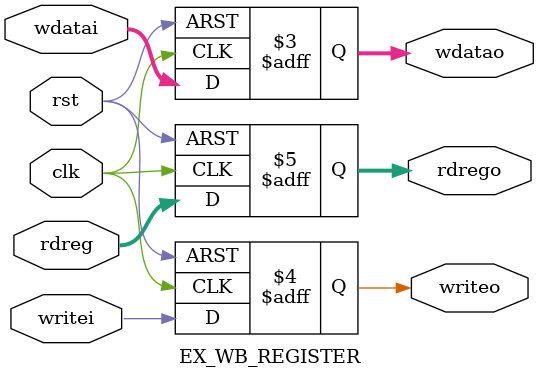
<source format=v>
`timescale 1ns / 1ps



module EX_WB_REGISTER(
    input clk,
    input rst,
    input writei,
    input [31:0] wdatai,
    input [4:0] rdreg,
    output reg[31:0] wdatao,
    output reg writeo,
    output reg [4:0] rdrego
    );
    always@(posedge clk,negedge rst)
    begin
    if(rst==0)
    begin
    wdatao=0;
    writeo=0;
    rdrego=0;
    end
    else
    begin
    wdatao=wdatai;
    writeo=writei;
    rdrego=rdreg;
    end
    end
endmodule

</source>
